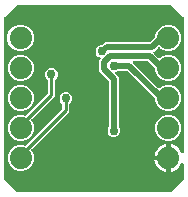
<source format=gbr>
G04 EAGLE Gerber RS-274X export*
G75*
%MOMM*%
%FSLAX34Y34*%
%LPD*%
%INBottom Copper*%
%IPPOS*%
%AMOC8*
5,1,8,0,0,1.08239X$1,22.5*%
G01*
%ADD10C,1.879600*%
%ADD11C,0.508000*%
%ADD12C,0.756400*%
%ADD13C,0.254000*%

G36*
X219655Y159172D02*
X219655Y159172D01*
X219736Y159174D01*
X219793Y159192D01*
X219853Y159201D01*
X219927Y159234D01*
X220005Y159258D01*
X220051Y159290D01*
X220110Y159317D01*
X220191Y159386D01*
X220259Y159432D01*
X230525Y169094D01*
X230594Y169181D01*
X230669Y169264D01*
X230682Y169291D01*
X230701Y169315D01*
X230743Y169417D01*
X230792Y169517D01*
X230796Y169546D01*
X230808Y169575D01*
X230826Y169734D01*
X230839Y169822D01*
X230839Y183135D01*
X230833Y183183D01*
X230835Y183230D01*
X230813Y183321D01*
X230799Y183414D01*
X230780Y183458D01*
X230769Y183504D01*
X230722Y183586D01*
X230683Y183671D01*
X230652Y183708D01*
X230628Y183749D01*
X230561Y183814D01*
X230500Y183886D01*
X230460Y183912D01*
X230426Y183945D01*
X230342Y183989D01*
X230264Y184040D01*
X230218Y184054D01*
X230176Y184076D01*
X230084Y184095D01*
X229994Y184123D01*
X229946Y184123D01*
X229900Y184133D01*
X229806Y184125D01*
X229712Y184126D01*
X229666Y184114D01*
X229619Y184110D01*
X229531Y184076D01*
X229440Y184051D01*
X229400Y184026D01*
X229355Y184009D01*
X229280Y183952D01*
X229200Y183903D01*
X229168Y183867D01*
X229130Y183839D01*
X229082Y183772D01*
X229011Y183694D01*
X228983Y183635D01*
X228950Y183589D01*
X228111Y181943D01*
X227006Y180422D01*
X225678Y179094D01*
X224157Y177989D01*
X222483Y177136D01*
X220696Y176555D01*
X219899Y176429D01*
X219899Y187200D01*
X219891Y187258D01*
X219891Y187268D01*
X219890Y187270D01*
X219891Y187328D01*
X219870Y187402D01*
X219859Y187479D01*
X219833Y187538D01*
X219816Y187600D01*
X219775Y187666D01*
X219743Y187736D01*
X219701Y187785D01*
X219668Y187840D01*
X219610Y187891D01*
X219560Y187950D01*
X219506Y187986D01*
X219458Y188029D01*
X219389Y188062D01*
X219324Y188105D01*
X219262Y188124D01*
X219205Y188152D01*
X219135Y188162D01*
X219054Y188187D01*
X218969Y188188D01*
X218900Y188199D01*
X217899Y188199D01*
X217899Y188201D01*
X218900Y188201D01*
X218964Y188210D01*
X219028Y188209D01*
X219103Y188230D01*
X219179Y188241D01*
X219238Y188267D01*
X219300Y188284D01*
X219366Y188325D01*
X219436Y188357D01*
X219485Y188399D01*
X219540Y188432D01*
X219592Y188490D01*
X219650Y188540D01*
X219686Y188594D01*
X219729Y188642D01*
X219762Y188711D01*
X219805Y188776D01*
X219824Y188838D01*
X219852Y188896D01*
X219862Y188965D01*
X219887Y189046D01*
X219888Y189131D01*
X219899Y189200D01*
X219899Y199971D01*
X220696Y199845D01*
X222483Y199264D01*
X224157Y198411D01*
X225678Y197306D01*
X227006Y195978D01*
X228111Y194457D01*
X228950Y192811D01*
X228977Y192772D01*
X228997Y192729D01*
X229058Y192657D01*
X229112Y192580D01*
X229149Y192551D01*
X229180Y192514D01*
X229259Y192463D01*
X229332Y192404D01*
X229376Y192386D01*
X229416Y192360D01*
X229506Y192332D01*
X229593Y192297D01*
X229640Y192291D01*
X229686Y192277D01*
X229780Y192276D01*
X229873Y192266D01*
X229920Y192274D01*
X229968Y192274D01*
X230058Y192299D01*
X230151Y192315D01*
X230194Y192336D01*
X230240Y192349D01*
X230320Y192398D01*
X230404Y192440D01*
X230439Y192472D01*
X230480Y192497D01*
X230543Y192567D01*
X230612Y192630D01*
X230637Y192671D01*
X230669Y192706D01*
X230710Y192791D01*
X230758Y192871D01*
X230771Y192917D01*
X230792Y192960D01*
X230804Y193041D01*
X230832Y193143D01*
X230831Y193209D01*
X230839Y193265D01*
X230839Y307178D01*
X230824Y307288D01*
X230815Y307399D01*
X230804Y307427D01*
X230799Y307457D01*
X230754Y307558D01*
X230714Y307662D01*
X230696Y307685D01*
X230683Y307714D01*
X230580Y307835D01*
X230525Y307906D01*
X220259Y317568D01*
X220193Y317614D01*
X220133Y317669D01*
X220078Y317695D01*
X220028Y317730D01*
X219952Y317756D01*
X219879Y317792D01*
X219823Y317800D01*
X219762Y317822D01*
X219656Y317826D01*
X219574Y317839D01*
X90426Y317839D01*
X90345Y317828D01*
X90264Y317826D01*
X90207Y317808D01*
X90147Y317799D01*
X90073Y317766D01*
X89995Y317742D01*
X89949Y317710D01*
X89890Y317683D01*
X89809Y317614D01*
X89741Y317568D01*
X79475Y307906D01*
X79406Y307819D01*
X79331Y307736D01*
X79318Y307709D01*
X79299Y307685D01*
X79257Y307583D01*
X79208Y307483D01*
X79204Y307454D01*
X79192Y307425D01*
X79174Y307266D01*
X79161Y307178D01*
X79161Y169822D01*
X79176Y169712D01*
X79185Y169601D01*
X79196Y169573D01*
X79201Y169543D01*
X79246Y169442D01*
X79286Y169338D01*
X79304Y169315D01*
X79317Y169286D01*
X79420Y169165D01*
X79475Y169094D01*
X89741Y159432D01*
X89807Y159386D01*
X89867Y159331D01*
X89922Y159305D01*
X89972Y159270D01*
X90048Y159244D01*
X90121Y159208D01*
X90177Y159200D01*
X90238Y159178D01*
X90344Y159174D01*
X90426Y159161D01*
X219574Y159161D01*
X219655Y159172D01*
G37*
%LPC*%
G36*
X170648Y206021D02*
X170648Y206021D01*
X168698Y206829D01*
X167205Y208322D01*
X166397Y210272D01*
X166397Y212384D01*
X167205Y214334D01*
X167347Y214475D01*
X167404Y214552D01*
X167469Y214624D01*
X167489Y214665D01*
X167516Y214701D01*
X167550Y214791D01*
X167592Y214877D01*
X167598Y214919D01*
X167615Y214965D01*
X167625Y215093D01*
X167639Y215182D01*
X167639Y252918D01*
X167626Y253013D01*
X167621Y253110D01*
X167606Y253153D01*
X167599Y253198D01*
X167560Y253285D01*
X167528Y253376D01*
X167503Y253410D01*
X167483Y253455D01*
X167400Y253552D01*
X167347Y253625D01*
X159511Y261460D01*
X159511Y270924D01*
X160263Y271675D01*
X160334Y271770D01*
X160409Y271862D01*
X160418Y271883D01*
X160432Y271901D01*
X160474Y272012D01*
X160521Y272121D01*
X160524Y272143D01*
X160532Y272165D01*
X160541Y272283D01*
X160555Y272401D01*
X160552Y272423D01*
X160553Y272446D01*
X160529Y272562D01*
X160510Y272679D01*
X160501Y272700D01*
X160496Y272722D01*
X160440Y272827D01*
X160389Y272934D01*
X160374Y272951D01*
X160363Y272971D01*
X160280Y273056D01*
X160202Y273144D01*
X160183Y273156D01*
X160167Y273173D01*
X160004Y273265D01*
X159939Y273305D01*
X158538Y273885D01*
X157045Y275378D01*
X156237Y277328D01*
X156237Y279440D01*
X157045Y281390D01*
X158538Y282883D01*
X160488Y283691D01*
X160688Y283691D01*
X160783Y283704D01*
X160880Y283709D01*
X160923Y283724D01*
X160968Y283731D01*
X161055Y283770D01*
X161146Y283802D01*
X161180Y283827D01*
X161225Y283847D01*
X161322Y283930D01*
X161395Y283983D01*
X163924Y286513D01*
X202118Y286513D01*
X202213Y286526D01*
X202310Y286531D01*
X202353Y286546D01*
X202398Y286553D01*
X202485Y286592D01*
X202576Y286624D01*
X202610Y286649D01*
X202655Y286669D01*
X202752Y286752D01*
X202825Y286805D01*
X206685Y290665D01*
X206742Y290742D01*
X206807Y290813D01*
X206827Y290854D01*
X206854Y290891D01*
X206888Y290981D01*
X206930Y291067D01*
X206936Y291109D01*
X206953Y291154D01*
X206963Y291282D01*
X206977Y291372D01*
X206977Y291973D01*
X208640Y295987D01*
X211713Y299060D01*
X215727Y300723D01*
X220073Y300723D01*
X224087Y299060D01*
X227160Y295987D01*
X228823Y291973D01*
X228823Y287627D01*
X227160Y283613D01*
X224087Y280540D01*
X220073Y278877D01*
X215727Y278877D01*
X211713Y280540D01*
X210591Y281662D01*
X210540Y281700D01*
X210495Y281746D01*
X210428Y281784D01*
X210366Y281831D01*
X210306Y281854D01*
X210250Y281885D01*
X210174Y281903D01*
X210102Y281930D01*
X210038Y281935D01*
X209975Y281950D01*
X209898Y281946D01*
X209821Y281952D01*
X209758Y281939D01*
X209694Y281936D01*
X209620Y281911D01*
X209545Y281895D01*
X209488Y281864D01*
X209427Y281843D01*
X209370Y281802D01*
X209296Y281762D01*
X209235Y281703D01*
X209178Y281662D01*
X205734Y278217D01*
X205721Y278206D01*
X205692Y278191D01*
X205614Y278115D01*
X205531Y278044D01*
X205513Y278017D01*
X205490Y277994D01*
X205437Y277899D01*
X205377Y277808D01*
X205367Y277777D01*
X205351Y277749D01*
X205326Y277643D01*
X205294Y277538D01*
X205294Y277506D01*
X205286Y277475D01*
X205292Y277365D01*
X205290Y277256D01*
X205299Y277225D01*
X205301Y277193D01*
X205337Y277090D01*
X205366Y276984D01*
X205383Y276957D01*
X205393Y276926D01*
X205447Y276853D01*
X205514Y276744D01*
X205550Y276712D01*
X205575Y276677D01*
X209446Y272806D01*
X209498Y272768D01*
X209542Y272722D01*
X209610Y272684D01*
X209672Y272637D01*
X209732Y272614D01*
X209788Y272583D01*
X209863Y272565D01*
X209936Y272538D01*
X210000Y272533D01*
X210062Y272518D01*
X210140Y272522D01*
X210217Y272516D01*
X210280Y272529D01*
X210344Y272532D01*
X210417Y272557D01*
X210493Y272573D01*
X210550Y272604D01*
X210610Y272625D01*
X210667Y272666D01*
X210742Y272706D01*
X210802Y272765D01*
X210859Y272806D01*
X211713Y273660D01*
X215727Y275323D01*
X220073Y275323D01*
X224087Y273660D01*
X227160Y270587D01*
X228823Y266573D01*
X228823Y262227D01*
X227160Y258213D01*
X224087Y255140D01*
X220073Y253477D01*
X215727Y253477D01*
X211713Y255140D01*
X208640Y258213D01*
X206977Y262227D01*
X206977Y263364D01*
X206964Y263459D01*
X206959Y263556D01*
X206944Y263599D01*
X206937Y263644D01*
X206898Y263731D01*
X206866Y263822D01*
X206841Y263856D01*
X206821Y263901D01*
X206738Y263998D01*
X206685Y264071D01*
X200793Y269963D01*
X200716Y270020D01*
X200645Y270085D01*
X200604Y270105D01*
X200567Y270132D01*
X200477Y270166D01*
X200391Y270208D01*
X200349Y270214D01*
X200304Y270231D01*
X200176Y270241D01*
X200086Y270255D01*
X189010Y270255D01*
X188978Y270251D01*
X188945Y270253D01*
X188839Y270231D01*
X188730Y270215D01*
X188701Y270202D01*
X188669Y270196D01*
X188573Y270144D01*
X188473Y270099D01*
X188449Y270078D01*
X188420Y270063D01*
X188342Y269987D01*
X188259Y269916D01*
X188241Y269889D01*
X188218Y269866D01*
X188165Y269771D01*
X188105Y269680D01*
X188095Y269649D01*
X188079Y269621D01*
X188054Y269514D01*
X188022Y269410D01*
X188022Y269378D01*
X188014Y269347D01*
X188020Y269237D01*
X188018Y269128D01*
X188027Y269097D01*
X188029Y269065D01*
X188065Y268962D01*
X188094Y268856D01*
X188111Y268829D01*
X188121Y268798D01*
X188174Y268725D01*
X188242Y268616D01*
X188278Y268584D01*
X188303Y268549D01*
X209446Y247406D01*
X209497Y247368D01*
X209542Y247322D01*
X209610Y247284D01*
X209672Y247237D01*
X209732Y247214D01*
X209788Y247183D01*
X209863Y247165D01*
X209936Y247138D01*
X209999Y247133D01*
X210062Y247118D01*
X210140Y247122D01*
X210217Y247116D01*
X210279Y247129D01*
X210344Y247132D01*
X210417Y247158D01*
X210493Y247173D01*
X210550Y247203D01*
X210610Y247225D01*
X210667Y247266D01*
X210742Y247306D01*
X210803Y247365D01*
X210859Y247406D01*
X211713Y248260D01*
X215727Y249923D01*
X220073Y249923D01*
X224087Y248260D01*
X227160Y245187D01*
X228823Y241173D01*
X228823Y236827D01*
X227160Y232813D01*
X224087Y229740D01*
X220073Y228077D01*
X215727Y228077D01*
X211713Y229740D01*
X208640Y232813D01*
X206977Y236827D01*
X206977Y237964D01*
X206964Y238059D01*
X206959Y238156D01*
X206944Y238199D01*
X206937Y238244D01*
X206898Y238331D01*
X206866Y238422D01*
X206841Y238456D01*
X206821Y238501D01*
X206738Y238598D01*
X206685Y238671D01*
X183521Y261835D01*
X183444Y261892D01*
X183373Y261957D01*
X183332Y261977D01*
X183295Y262004D01*
X183205Y262038D01*
X183119Y262080D01*
X183077Y262086D01*
X183032Y262103D01*
X182904Y262113D01*
X182814Y262127D01*
X175558Y262127D01*
X175463Y262114D01*
X175367Y262109D01*
X175324Y262094D01*
X175279Y262087D01*
X175191Y262048D01*
X175100Y262016D01*
X175066Y261991D01*
X175022Y261971D01*
X174925Y261888D01*
X174851Y261835D01*
X174710Y261693D01*
X173309Y261113D01*
X173207Y261052D01*
X173103Y260997D01*
X173086Y260981D01*
X173067Y260969D01*
X172985Y260883D01*
X172901Y260800D01*
X172889Y260780D01*
X172874Y260764D01*
X172820Y260658D01*
X172762Y260555D01*
X172756Y260533D01*
X172746Y260512D01*
X172724Y260396D01*
X172697Y260280D01*
X172698Y260257D01*
X172694Y260235D01*
X172705Y260117D01*
X172711Y259999D01*
X172718Y259977D01*
X172721Y259954D01*
X172764Y259844D01*
X172803Y259732D01*
X172816Y259715D01*
X172825Y259692D01*
X172940Y259546D01*
X172985Y259483D01*
X175769Y256700D01*
X175769Y215182D01*
X175782Y215087D01*
X175787Y214991D01*
X175802Y214948D01*
X175809Y214903D01*
X175848Y214815D01*
X175880Y214724D01*
X175905Y214690D01*
X175925Y214646D01*
X176008Y214549D01*
X176061Y214475D01*
X176203Y214334D01*
X177011Y212384D01*
X177011Y210272D01*
X176203Y208322D01*
X174710Y206829D01*
X172760Y206021D01*
X170648Y206021D01*
G37*
%LPD*%
%LPC*%
G36*
X90727Y177277D02*
X90727Y177277D01*
X86713Y178940D01*
X83640Y182013D01*
X81977Y186027D01*
X81977Y190373D01*
X83640Y194387D01*
X86713Y197460D01*
X90727Y199123D01*
X95073Y199123D01*
X96267Y198628D01*
X96276Y198626D01*
X96285Y198621D01*
X96414Y198590D01*
X96540Y198558D01*
X96550Y198558D01*
X96559Y198556D01*
X96692Y198563D01*
X96822Y198567D01*
X96831Y198570D01*
X96841Y198570D01*
X96965Y198614D01*
X97090Y198654D01*
X97098Y198660D01*
X97107Y198663D01*
X97169Y198708D01*
X97323Y198813D01*
X97339Y198832D01*
X97356Y198845D01*
X127977Y229465D01*
X128034Y229542D01*
X128099Y229613D01*
X128119Y229654D01*
X128146Y229691D01*
X128180Y229781D01*
X128222Y229867D01*
X128228Y229909D01*
X128245Y229954D01*
X128255Y230082D01*
X128269Y230172D01*
X128269Y233636D01*
X128256Y233731D01*
X128251Y233827D01*
X128236Y233870D01*
X128229Y233915D01*
X128190Y234003D01*
X128158Y234094D01*
X128133Y234128D01*
X128113Y234172D01*
X128030Y234269D01*
X127977Y234343D01*
X126565Y235754D01*
X125757Y237704D01*
X125757Y239816D01*
X126565Y241766D01*
X128058Y243259D01*
X130008Y244067D01*
X132120Y244067D01*
X134070Y243259D01*
X135563Y241766D01*
X136371Y239816D01*
X136371Y237704D01*
X135563Y235754D01*
X134151Y234343D01*
X134094Y234266D01*
X134029Y234194D01*
X134009Y234153D01*
X133982Y234117D01*
X133948Y234027D01*
X133906Y233941D01*
X133900Y233899D01*
X133883Y233853D01*
X133873Y233725D01*
X133859Y233636D01*
X133859Y227442D01*
X102188Y195772D01*
X102150Y195721D01*
X102104Y195676D01*
X102065Y195608D01*
X102019Y195546D01*
X101996Y195486D01*
X101965Y195430D01*
X101947Y195355D01*
X101919Y195283D01*
X101915Y195219D01*
X101900Y195156D01*
X101904Y195078D01*
X101898Y195001D01*
X101911Y194939D01*
X101914Y194874D01*
X101940Y194801D01*
X101955Y194725D01*
X101985Y194669D01*
X102007Y194608D01*
X102048Y194551D01*
X102088Y194476D01*
X102147Y194415D01*
X102150Y194412D01*
X103823Y190373D01*
X103823Y186027D01*
X102160Y182013D01*
X99087Y178940D01*
X95073Y177277D01*
X90727Y177277D01*
G37*
%LPD*%
%LPC*%
G36*
X90727Y202677D02*
X90727Y202677D01*
X86713Y204340D01*
X83640Y207413D01*
X81977Y211427D01*
X81977Y215773D01*
X83640Y219787D01*
X86713Y222860D01*
X90727Y224523D01*
X95073Y224523D01*
X96267Y224028D01*
X96276Y224026D01*
X96285Y224021D01*
X96414Y223990D01*
X96540Y223958D01*
X96550Y223958D01*
X96559Y223956D01*
X96692Y223963D01*
X96822Y223967D01*
X96831Y223970D01*
X96841Y223970D01*
X96965Y224014D01*
X97090Y224054D01*
X97098Y224060D01*
X97107Y224063D01*
X97169Y224108D01*
X97323Y224213D01*
X97339Y224232D01*
X97356Y224245D01*
X115785Y242673D01*
X115842Y242750D01*
X115907Y242821D01*
X115927Y242862D01*
X115954Y242899D01*
X115988Y242989D01*
X116030Y243075D01*
X116036Y243117D01*
X116053Y243162D01*
X116063Y243290D01*
X116077Y243380D01*
X116077Y253956D01*
X116064Y254051D01*
X116059Y254147D01*
X116044Y254190D01*
X116037Y254235D01*
X115998Y254323D01*
X115966Y254414D01*
X115941Y254448D01*
X115921Y254492D01*
X115838Y254589D01*
X115785Y254663D01*
X114373Y256074D01*
X113565Y258024D01*
X113565Y260136D01*
X114373Y262086D01*
X115866Y263579D01*
X117816Y264387D01*
X119928Y264387D01*
X121878Y263579D01*
X123371Y262086D01*
X124179Y260136D01*
X124179Y258024D01*
X123371Y256074D01*
X121959Y254663D01*
X121902Y254586D01*
X121837Y254514D01*
X121817Y254473D01*
X121790Y254437D01*
X121756Y254347D01*
X121714Y254261D01*
X121708Y254219D01*
X121691Y254173D01*
X121681Y254045D01*
X121667Y253956D01*
X121667Y240650D01*
X102188Y221172D01*
X102150Y221121D01*
X102104Y221076D01*
X102065Y221008D01*
X102019Y220946D01*
X101996Y220886D01*
X101965Y220830D01*
X101947Y220755D01*
X101919Y220683D01*
X101915Y220619D01*
X101900Y220556D01*
X101904Y220478D01*
X101898Y220401D01*
X101911Y220339D01*
X101914Y220274D01*
X101940Y220201D01*
X101955Y220125D01*
X101985Y220069D01*
X102007Y220008D01*
X102048Y219951D01*
X102088Y219876D01*
X102147Y219815D01*
X102150Y219812D01*
X103823Y215773D01*
X103823Y211427D01*
X102160Y207413D01*
X99087Y204340D01*
X95073Y202677D01*
X90727Y202677D01*
G37*
%LPD*%
%LPC*%
G36*
X90633Y278401D02*
X90633Y278401D01*
X86443Y280137D01*
X83237Y283343D01*
X81501Y287533D01*
X81501Y292067D01*
X83237Y296257D01*
X86443Y299463D01*
X90633Y301199D01*
X95167Y301199D01*
X99357Y299463D01*
X102563Y296257D01*
X104299Y292067D01*
X104299Y287533D01*
X102563Y283343D01*
X99357Y280137D01*
X95167Y278401D01*
X90633Y278401D01*
G37*
%LPD*%
%LPC*%
G36*
X90727Y253477D02*
X90727Y253477D01*
X86713Y255140D01*
X83640Y258213D01*
X81977Y262227D01*
X81977Y266573D01*
X83640Y270587D01*
X86713Y273660D01*
X90727Y275323D01*
X95073Y275323D01*
X99087Y273660D01*
X102160Y270587D01*
X103823Y266573D01*
X103823Y262227D01*
X102160Y258213D01*
X99087Y255140D01*
X95073Y253477D01*
X90727Y253477D01*
G37*
%LPD*%
%LPC*%
G36*
X90727Y228077D02*
X90727Y228077D01*
X86713Y229740D01*
X83640Y232813D01*
X81977Y236827D01*
X81977Y241173D01*
X83640Y245187D01*
X86713Y248260D01*
X90727Y249923D01*
X95073Y249923D01*
X99087Y248260D01*
X102160Y245187D01*
X103823Y241173D01*
X103823Y236827D01*
X102160Y232813D01*
X99087Y229740D01*
X95073Y228077D01*
X90727Y228077D01*
G37*
%LPD*%
%LPC*%
G36*
X215727Y202677D02*
X215727Y202677D01*
X211713Y204340D01*
X208640Y207413D01*
X206977Y211427D01*
X206977Y215773D01*
X208640Y219787D01*
X211713Y222860D01*
X215727Y224523D01*
X220073Y224523D01*
X224087Y222860D01*
X227160Y219787D01*
X228823Y215773D01*
X228823Y211427D01*
X227160Y207413D01*
X224087Y204340D01*
X220073Y202677D01*
X215727Y202677D01*
G37*
%LPD*%
%LPC*%
G36*
X206129Y190199D02*
X206129Y190199D01*
X206255Y190996D01*
X206836Y192783D01*
X207689Y194457D01*
X208794Y195978D01*
X210122Y197306D01*
X211643Y198411D01*
X213317Y199264D01*
X215104Y199845D01*
X215901Y199971D01*
X215901Y190199D01*
X206129Y190199D01*
G37*
%LPD*%
%LPC*%
G36*
X215104Y176555D02*
X215104Y176555D01*
X213317Y177136D01*
X211643Y177989D01*
X210122Y179094D01*
X208794Y180422D01*
X207689Y181943D01*
X206836Y183617D01*
X206255Y185404D01*
X206129Y186201D01*
X215901Y186201D01*
X215901Y176429D01*
X215104Y176555D01*
G37*
%LPD*%
D10*
X92900Y188200D03*
X92900Y213600D03*
X92900Y239000D03*
X92900Y264400D03*
X92900Y289800D03*
X217900Y188200D03*
X217900Y213600D03*
X217900Y239000D03*
X217900Y264400D03*
X217900Y289800D03*
D11*
X165608Y282448D02*
X161544Y278384D01*
X165608Y282448D02*
X204216Y282448D01*
X211328Y289560D01*
X217424Y289560D01*
X217900Y289800D01*
D12*
X161544Y278384D03*
D11*
X171704Y255016D02*
X171704Y211328D01*
X171704Y255016D02*
X163576Y263144D01*
X163576Y269240D01*
X168656Y274320D01*
X202184Y274320D01*
X211328Y265176D01*
X217424Y265176D01*
X217900Y264400D01*
D12*
X171704Y211328D03*
D13*
X118872Y241808D02*
X118872Y259080D01*
X118872Y241808D02*
X93472Y216408D01*
X93472Y214376D01*
X92900Y213600D01*
D12*
X118872Y259080D03*
D13*
X131064Y238760D02*
X131064Y228600D01*
X93472Y191008D01*
X93472Y188976D01*
X92900Y188200D01*
D12*
X131064Y238760D03*
D11*
X171704Y266192D02*
X184912Y266192D01*
X211328Y239776D01*
X217424Y239776D01*
X217900Y239000D01*
D12*
X171704Y266192D03*
M02*

</source>
